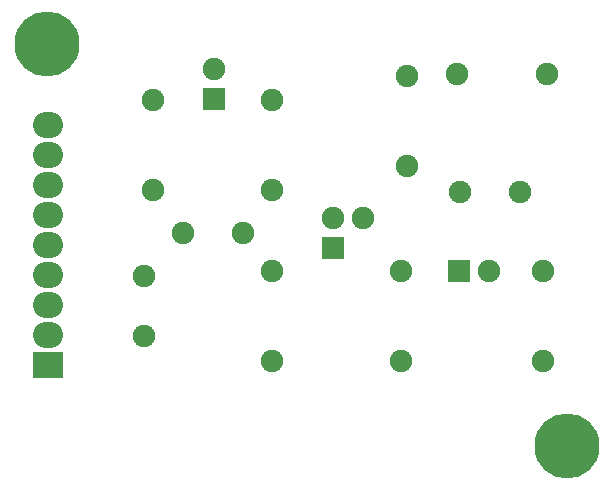
<source format=gbs>
G04 #@! TF.FileFunction,Soldermask,Bot*
%FSLAX45Y45*%
G04 Gerber Fmt 4.5, Leading zero omitted, Abs format (unit mm)*
G04 Created by KiCad (PCBNEW (2015-01-25 BZR 5388)-product) date Mo 03 Aug 2015 14:17:27 CEST*
%MOMM*%
G01*
G04 APERTURE LIST*
%ADD10C,0.150000*%
%ADD11C,5.509260*%
%ADD12C,1.905000*%
%ADD13R,2.540000X2.235200*%
%ADD14O,2.540000X2.235200*%
%ADD15R,1.905000X1.905000*%
G04 APERTURE END LIST*
D10*
D11*
X17100042Y-9900158D03*
X12700000Y-6499860D03*
D12*
X14599920Y-8419084D03*
X14599920Y-9181084D03*
X16899890Y-8419084D03*
X16899890Y-9181084D03*
X16168878Y-6750050D03*
X16930878Y-6750050D03*
X15749778Y-6769100D03*
X15749778Y-7531100D03*
X14599920Y-6968998D03*
X14599920Y-7730998D03*
X13599922Y-6968998D03*
X13599922Y-7730998D03*
X15699994Y-8419084D03*
X15699994Y-9181084D03*
X16195802Y-7750048D03*
X16703802Y-7750048D03*
X13846048Y-8100060D03*
X14354048Y-8100060D03*
X13519912Y-8466074D03*
X13519912Y-8974074D03*
D13*
X12710000Y-9216000D03*
D14*
X12710000Y-8962000D03*
X12710000Y-8708000D03*
X12710000Y-8454000D03*
X12710000Y-8200000D03*
X12710000Y-7946000D03*
X12710000Y-7692000D03*
X12710000Y-7438000D03*
X12710000Y-7184000D03*
D15*
X14110000Y-6967000D03*
D12*
X14110000Y-6713000D03*
D15*
X16183000Y-8420000D03*
D12*
X16437000Y-8420000D03*
D15*
X15123000Y-8227000D03*
D12*
X15123000Y-7973000D03*
X15377000Y-7973000D03*
M02*

</source>
